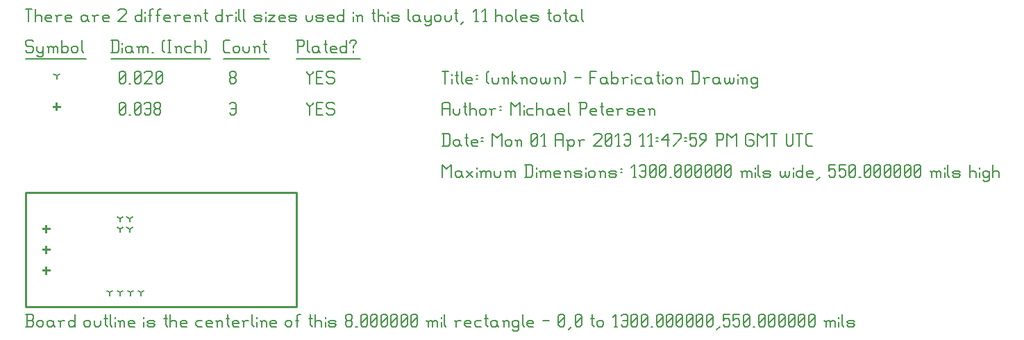
<source format=gbr>
G04 start of page 11 for group -3984 idx -3984 *
G04 Title: (unknown), fab *
G04 Creator: pcb 20110918 *
G04 CreationDate: Mon 01 Apr 2013 11:47:59 PM GMT UTC *
G04 For: railfan *
G04 Format: Gerber/RS-274X *
G04 PCB-Dimensions: 130000 55000 *
G04 PCB-Coordinate-Origin: lower left *
%MOIN*%
%FSLAX25Y25*%
%LNFAB*%
%ADD47C,0.0100*%
%ADD46C,0.0060*%
%ADD45R,0.0080X0.0080*%
G54D45*X10000Y19100D02*Y15900D01*
X8400Y17500D02*X11600D01*
X10000Y29100D02*Y25900D01*
X8400Y27500D02*X11600D01*
X10000Y39100D02*Y35900D01*
X8400Y37500D02*X11600D01*
X15000Y97850D02*Y94650D01*
X13400Y96250D02*X16600D01*
G54D46*X135000Y98500D02*Y97750D01*
X136500Y96250D01*
X138000Y97750D01*
Y98500D02*Y97750D01*
X136500Y96250D02*Y92500D01*
X139800Y95500D02*X142050D01*
X139800Y92500D02*X142800D01*
X139800Y98500D02*Y92500D01*
Y98500D02*X142800D01*
X147600D02*X148350Y97750D01*
X145350Y98500D02*X147600D01*
X144600Y97750D02*X145350Y98500D01*
X144600Y97750D02*Y96250D01*
X145350Y95500D01*
X147600D01*
X148350Y94750D01*
Y93250D01*
X147600Y92500D02*X148350Y93250D01*
X145350Y92500D02*X147600D01*
X144600Y93250D02*X145350Y92500D01*
X98000Y97750D02*X98750Y98500D01*
X100250D01*
X101000Y97750D01*
Y93250D01*
X100250Y92500D02*X101000Y93250D01*
X98750Y92500D02*X100250D01*
X98000Y93250D02*X98750Y92500D01*
Y95500D02*X101000D01*
X45000Y93250D02*X45750Y92500D01*
X45000Y97750D02*Y93250D01*
Y97750D02*X45750Y98500D01*
X47250D01*
X48000Y97750D01*
Y93250D01*
X47250Y92500D02*X48000Y93250D01*
X45750Y92500D02*X47250D01*
X45000Y94000D02*X48000Y97000D01*
X49800Y92500D02*X50550D01*
X52350Y93250D02*X53100Y92500D01*
X52350Y97750D02*Y93250D01*
Y97750D02*X53100Y98500D01*
X54600D01*
X55350Y97750D01*
Y93250D01*
X54600Y92500D02*X55350Y93250D01*
X53100Y92500D02*X54600D01*
X52350Y94000D02*X55350Y97000D01*
X57150Y97750D02*X57900Y98500D01*
X59400D01*
X60150Y97750D01*
Y93250D01*
X59400Y92500D02*X60150Y93250D01*
X57900Y92500D02*X59400D01*
X57150Y93250D02*X57900Y92500D01*
Y95500D02*X60150D01*
X61950Y93250D02*X62700Y92500D01*
X61950Y94750D02*Y93250D01*
Y94750D02*X62700Y95500D01*
X64200D01*
X64950Y94750D01*
Y93250D01*
X64200Y92500D02*X64950Y93250D01*
X62700Y92500D02*X64200D01*
X61950Y96250D02*X62700Y95500D01*
X61950Y97750D02*Y96250D01*
Y97750D02*X62700Y98500D01*
X64200D01*
X64950Y97750D01*
Y96250D01*
X64200Y95500D02*X64950Y96250D01*
X50000Y42500D02*Y40900D01*
Y42500D02*X51387Y43300D01*
X50000Y42500D02*X48613Y43300D01*
X50000Y37500D02*Y35900D01*
Y37500D02*X51387Y38300D01*
X50000Y37500D02*X48613Y38300D01*
X45500Y37500D02*Y35900D01*
Y37500D02*X46887Y38300D01*
X45500Y37500D02*X44113Y38300D01*
X50500Y7000D02*Y5400D01*
Y7000D02*X51887Y7800D01*
X50500Y7000D02*X49113Y7800D01*
X55500Y7000D02*Y5400D01*
Y7000D02*X56887Y7800D01*
X55500Y7000D02*X54113Y7800D01*
X40500Y7000D02*Y5400D01*
Y7000D02*X41887Y7800D01*
X40500Y7000D02*X39113Y7800D01*
X45500Y7000D02*Y5400D01*
Y7000D02*X46887Y7800D01*
X45500Y7000D02*X44113Y7800D01*
X45500Y42500D02*Y40900D01*
Y42500D02*X46887Y43300D01*
X45500Y42500D02*X44113Y43300D01*
X15000Y111250D02*Y109650D01*
Y111250D02*X16387Y112050D01*
X15000Y111250D02*X13613Y112050D01*
X135000Y113500D02*Y112750D01*
X136500Y111250D01*
X138000Y112750D01*
Y113500D02*Y112750D01*
X136500Y111250D02*Y107500D01*
X139800Y110500D02*X142050D01*
X139800Y107500D02*X142800D01*
X139800Y113500D02*Y107500D01*
Y113500D02*X142800D01*
X147600D02*X148350Y112750D01*
X145350Y113500D02*X147600D01*
X144600Y112750D02*X145350Y113500D01*
X144600Y112750D02*Y111250D01*
X145350Y110500D01*
X147600D01*
X148350Y109750D01*
Y108250D01*
X147600Y107500D02*X148350Y108250D01*
X145350Y107500D02*X147600D01*
X144600Y108250D02*X145350Y107500D01*
X98000Y108250D02*X98750Y107500D01*
X98000Y109750D02*Y108250D01*
Y109750D02*X98750Y110500D01*
X100250D01*
X101000Y109750D01*
Y108250D01*
X100250Y107500D02*X101000Y108250D01*
X98750Y107500D02*X100250D01*
X98000Y111250D02*X98750Y110500D01*
X98000Y112750D02*Y111250D01*
Y112750D02*X98750Y113500D01*
X100250D01*
X101000Y112750D01*
Y111250D01*
X100250Y110500D02*X101000Y111250D01*
X45000Y108250D02*X45750Y107500D01*
X45000Y112750D02*Y108250D01*
Y112750D02*X45750Y113500D01*
X47250D01*
X48000Y112750D01*
Y108250D01*
X47250Y107500D02*X48000Y108250D01*
X45750Y107500D02*X47250D01*
X45000Y109000D02*X48000Y112000D01*
X49800Y107500D02*X50550D01*
X52350Y108250D02*X53100Y107500D01*
X52350Y112750D02*Y108250D01*
Y112750D02*X53100Y113500D01*
X54600D01*
X55350Y112750D01*
Y108250D01*
X54600Y107500D02*X55350Y108250D01*
X53100Y107500D02*X54600D01*
X52350Y109000D02*X55350Y112000D01*
X57150Y112750D02*X57900Y113500D01*
X60150D01*
X60900Y112750D01*
Y111250D01*
X57150Y107500D02*X60900Y111250D01*
X57150Y107500D02*X60900D01*
X62700Y108250D02*X63450Y107500D01*
X62700Y112750D02*Y108250D01*
Y112750D02*X63450Y113500D01*
X64950D01*
X65700Y112750D01*
Y108250D01*
X64950Y107500D02*X65700Y108250D01*
X63450Y107500D02*X64950D01*
X62700Y109000D02*X65700Y112000D01*
X3000Y128500D02*X3750Y127750D01*
X750Y128500D02*X3000D01*
X0Y127750D02*X750Y128500D01*
X0Y127750D02*Y126250D01*
X750Y125500D01*
X3000D01*
X3750Y124750D01*
Y123250D01*
X3000Y122500D02*X3750Y123250D01*
X750Y122500D02*X3000D01*
X0Y123250D02*X750Y122500D01*
X5550Y125500D02*Y123250D01*
X6300Y122500D01*
X8550Y125500D02*Y121000D01*
X7800Y120250D02*X8550Y121000D01*
X6300Y120250D02*X7800D01*
X5550Y121000D02*X6300Y120250D01*
Y122500D02*X7800D01*
X8550Y123250D01*
X11100Y124750D02*Y122500D01*
Y124750D02*X11850Y125500D01*
X12600D01*
X13350Y124750D01*
Y122500D01*
Y124750D02*X14100Y125500D01*
X14850D01*
X15600Y124750D01*
Y122500D01*
X10350Y125500D02*X11100Y124750D01*
X17400Y128500D02*Y122500D01*
Y123250D02*X18150Y122500D01*
X19650D01*
X20400Y123250D01*
Y124750D02*Y123250D01*
X19650Y125500D02*X20400Y124750D01*
X18150Y125500D02*X19650D01*
X17400Y124750D02*X18150Y125500D01*
X22200Y124750D02*Y123250D01*
Y124750D02*X22950Y125500D01*
X24450D01*
X25200Y124750D01*
Y123250D01*
X24450Y122500D02*X25200Y123250D01*
X22950Y122500D02*X24450D01*
X22200Y123250D02*X22950Y122500D01*
X27000Y128500D02*Y123250D01*
X27750Y122500D01*
X0Y119250D02*X29250D01*
X41750Y128500D02*Y122500D01*
X44000Y128500D02*X44750Y127750D01*
Y123250D01*
X44000Y122500D02*X44750Y123250D01*
X41000Y122500D02*X44000D01*
X41000Y128500D02*X44000D01*
X46550Y127000D02*Y126250D01*
Y124750D02*Y122500D01*
X50300Y125500D02*X51050Y124750D01*
X48800Y125500D02*X50300D01*
X48050Y124750D02*X48800Y125500D01*
X48050Y124750D02*Y123250D01*
X48800Y122500D01*
X51050Y125500D02*Y123250D01*
X51800Y122500D01*
X48800D02*X50300D01*
X51050Y123250D01*
X54350Y124750D02*Y122500D01*
Y124750D02*X55100Y125500D01*
X55850D01*
X56600Y124750D01*
Y122500D01*
Y124750D02*X57350Y125500D01*
X58100D01*
X58850Y124750D01*
Y122500D01*
X53600Y125500D02*X54350Y124750D01*
X60650Y122500D02*X61400D01*
X65900Y123250D02*X66650Y122500D01*
X65900Y127750D02*X66650Y128500D01*
X65900Y127750D02*Y123250D01*
X68450Y128500D02*X69950D01*
X69200D02*Y122500D01*
X68450D02*X69950D01*
X72500Y124750D02*Y122500D01*
Y124750D02*X73250Y125500D01*
X74000D01*
X74750Y124750D01*
Y122500D01*
X71750Y125500D02*X72500Y124750D01*
X77300Y125500D02*X79550D01*
X76550Y124750D02*X77300Y125500D01*
X76550Y124750D02*Y123250D01*
X77300Y122500D01*
X79550D01*
X81350Y128500D02*Y122500D01*
Y124750D02*X82100Y125500D01*
X83600D01*
X84350Y124750D01*
Y122500D01*
X86150Y128500D02*X86900Y127750D01*
Y123250D01*
X86150Y122500D02*X86900Y123250D01*
X41000Y119250D02*X88700D01*
X95750Y122500D02*X98000D01*
X95000Y123250D02*X95750Y122500D01*
X95000Y127750D02*Y123250D01*
Y127750D02*X95750Y128500D01*
X98000D01*
X99800Y124750D02*Y123250D01*
Y124750D02*X100550Y125500D01*
X102050D01*
X102800Y124750D01*
Y123250D01*
X102050Y122500D02*X102800Y123250D01*
X100550Y122500D02*X102050D01*
X99800Y123250D02*X100550Y122500D01*
X104600Y125500D02*Y123250D01*
X105350Y122500D01*
X106850D01*
X107600Y123250D01*
Y125500D02*Y123250D01*
X110150Y124750D02*Y122500D01*
Y124750D02*X110900Y125500D01*
X111650D01*
X112400Y124750D01*
Y122500D01*
X109400Y125500D02*X110150Y124750D01*
X114950Y128500D02*Y123250D01*
X115700Y122500D01*
X114200Y126250D02*X115700D01*
X95000Y119250D02*X117200D01*
X130750Y128500D02*Y122500D01*
X130000Y128500D02*X133000D01*
X133750Y127750D01*
Y126250D01*
X133000Y125500D02*X133750Y126250D01*
X130750Y125500D02*X133000D01*
X135550Y128500D02*Y123250D01*
X136300Y122500D01*
X140050Y125500D02*X140800Y124750D01*
X138550Y125500D02*X140050D01*
X137800Y124750D02*X138550Y125500D01*
X137800Y124750D02*Y123250D01*
X138550Y122500D01*
X140800Y125500D02*Y123250D01*
X141550Y122500D01*
X138550D02*X140050D01*
X140800Y123250D01*
X144100Y128500D02*Y123250D01*
X144850Y122500D01*
X143350Y126250D02*X144850D01*
X147100Y122500D02*X149350D01*
X146350Y123250D02*X147100Y122500D01*
X146350Y124750D02*Y123250D01*
Y124750D02*X147100Y125500D01*
X148600D01*
X149350Y124750D01*
X146350Y124000D02*X149350D01*
Y124750D02*Y124000D01*
X154150Y128500D02*Y122500D01*
X153400D02*X154150Y123250D01*
X151900Y122500D02*X153400D01*
X151150Y123250D02*X151900Y122500D01*
X151150Y124750D02*Y123250D01*
Y124750D02*X151900Y125500D01*
X153400D01*
X154150Y124750D01*
X157450Y125500D02*Y124750D01*
Y123250D02*Y122500D01*
X155950Y127750D02*Y127000D01*
Y127750D02*X156700Y128500D01*
X158200D01*
X158950Y127750D01*
Y127000D01*
X157450Y125500D02*X158950Y127000D01*
X130000Y119250D02*X160750D01*
X0Y143500D02*X3000D01*
X1500D02*Y137500D01*
X4800Y143500D02*Y137500D01*
Y139750D02*X5550Y140500D01*
X7050D01*
X7800Y139750D01*
Y137500D01*
X10350D02*X12600D01*
X9600Y138250D02*X10350Y137500D01*
X9600Y139750D02*Y138250D01*
Y139750D02*X10350Y140500D01*
X11850D01*
X12600Y139750D01*
X9600Y139000D02*X12600D01*
Y139750D02*Y139000D01*
X15150Y139750D02*Y137500D01*
Y139750D02*X15900Y140500D01*
X17400D01*
X14400D02*X15150Y139750D01*
X19950Y137500D02*X22200D01*
X19200Y138250D02*X19950Y137500D01*
X19200Y139750D02*Y138250D01*
Y139750D02*X19950Y140500D01*
X21450D01*
X22200Y139750D01*
X19200Y139000D02*X22200D01*
Y139750D02*Y139000D01*
X28950Y140500D02*X29700Y139750D01*
X27450Y140500D02*X28950D01*
X26700Y139750D02*X27450Y140500D01*
X26700Y139750D02*Y138250D01*
X27450Y137500D01*
X29700Y140500D02*Y138250D01*
X30450Y137500D01*
X27450D02*X28950D01*
X29700Y138250D01*
X33000Y139750D02*Y137500D01*
Y139750D02*X33750Y140500D01*
X35250D01*
X32250D02*X33000Y139750D01*
X37800Y137500D02*X40050D01*
X37050Y138250D02*X37800Y137500D01*
X37050Y139750D02*Y138250D01*
Y139750D02*X37800Y140500D01*
X39300D01*
X40050Y139750D01*
X37050Y139000D02*X40050D01*
Y139750D02*Y139000D01*
X44550Y142750D02*X45300Y143500D01*
X47550D01*
X48300Y142750D01*
Y141250D01*
X44550Y137500D02*X48300Y141250D01*
X44550Y137500D02*X48300D01*
X55800Y143500D02*Y137500D01*
X55050D02*X55800Y138250D01*
X53550Y137500D02*X55050D01*
X52800Y138250D02*X53550Y137500D01*
X52800Y139750D02*Y138250D01*
Y139750D02*X53550Y140500D01*
X55050D01*
X55800Y139750D01*
X57600Y142000D02*Y141250D01*
Y139750D02*Y137500D01*
X59850Y142750D02*Y137500D01*
Y142750D02*X60600Y143500D01*
X61350D01*
X59100Y140500D02*X60600D01*
X63600Y142750D02*Y137500D01*
Y142750D02*X64350Y143500D01*
X65100D01*
X62850Y140500D02*X64350D01*
X67350Y137500D02*X69600D01*
X66600Y138250D02*X67350Y137500D01*
X66600Y139750D02*Y138250D01*
Y139750D02*X67350Y140500D01*
X68850D01*
X69600Y139750D01*
X66600Y139000D02*X69600D01*
Y139750D02*Y139000D01*
X72150Y139750D02*Y137500D01*
Y139750D02*X72900Y140500D01*
X74400D01*
X71400D02*X72150Y139750D01*
X76950Y137500D02*X79200D01*
X76200Y138250D02*X76950Y137500D01*
X76200Y139750D02*Y138250D01*
Y139750D02*X76950Y140500D01*
X78450D01*
X79200Y139750D01*
X76200Y139000D02*X79200D01*
Y139750D02*Y139000D01*
X81750Y139750D02*Y137500D01*
Y139750D02*X82500Y140500D01*
X83250D01*
X84000Y139750D01*
Y137500D01*
X81000Y140500D02*X81750Y139750D01*
X86550Y143500D02*Y138250D01*
X87300Y137500D01*
X85800Y141250D02*X87300D01*
X94500Y143500D02*Y137500D01*
X93750D02*X94500Y138250D01*
X92250Y137500D02*X93750D01*
X91500Y138250D02*X92250Y137500D01*
X91500Y139750D02*Y138250D01*
Y139750D02*X92250Y140500D01*
X93750D01*
X94500Y139750D01*
X97050D02*Y137500D01*
Y139750D02*X97800Y140500D01*
X99300D01*
X96300D02*X97050Y139750D01*
X101100Y142000D02*Y141250D01*
Y139750D02*Y137500D01*
X102600Y143500D02*Y138250D01*
X103350Y137500D01*
X104850Y143500D02*Y138250D01*
X105600Y137500D01*
X110550D02*X112800D01*
X113550Y138250D01*
X112800Y139000D02*X113550Y138250D01*
X110550Y139000D02*X112800D01*
X109800Y139750D02*X110550Y139000D01*
X109800Y139750D02*X110550Y140500D01*
X112800D01*
X113550Y139750D01*
X109800Y138250D02*X110550Y137500D01*
X115350Y142000D02*Y141250D01*
Y139750D02*Y137500D01*
X116850Y140500D02*X119850D01*
X116850Y137500D02*X119850Y140500D01*
X116850Y137500D02*X119850D01*
X122400D02*X124650D01*
X121650Y138250D02*X122400Y137500D01*
X121650Y139750D02*Y138250D01*
Y139750D02*X122400Y140500D01*
X123900D01*
X124650Y139750D01*
X121650Y139000D02*X124650D01*
Y139750D02*Y139000D01*
X127200Y137500D02*X129450D01*
X130200Y138250D01*
X129450Y139000D02*X130200Y138250D01*
X127200Y139000D02*X129450D01*
X126450Y139750D02*X127200Y139000D01*
X126450Y139750D02*X127200Y140500D01*
X129450D01*
X130200Y139750D01*
X126450Y138250D02*X127200Y137500D01*
X134700Y140500D02*Y138250D01*
X135450Y137500D01*
X136950D01*
X137700Y138250D01*
Y140500D02*Y138250D01*
X140250Y137500D02*X142500D01*
X143250Y138250D01*
X142500Y139000D02*X143250Y138250D01*
X140250Y139000D02*X142500D01*
X139500Y139750D02*X140250Y139000D01*
X139500Y139750D02*X140250Y140500D01*
X142500D01*
X143250Y139750D01*
X139500Y138250D02*X140250Y137500D01*
X145800D02*X148050D01*
X145050Y138250D02*X145800Y137500D01*
X145050Y139750D02*Y138250D01*
Y139750D02*X145800Y140500D01*
X147300D01*
X148050Y139750D01*
X145050Y139000D02*X148050D01*
Y139750D02*Y139000D01*
X152850Y143500D02*Y137500D01*
X152100D02*X152850Y138250D01*
X150600Y137500D02*X152100D01*
X149850Y138250D02*X150600Y137500D01*
X149850Y139750D02*Y138250D01*
Y139750D02*X150600Y140500D01*
X152100D01*
X152850Y139750D01*
X157350Y142000D02*Y141250D01*
Y139750D02*Y137500D01*
X159600Y139750D02*Y137500D01*
Y139750D02*X160350Y140500D01*
X161100D01*
X161850Y139750D01*
Y137500D01*
X158850Y140500D02*X159600Y139750D01*
X167100Y143500D02*Y138250D01*
X167850Y137500D01*
X166350Y141250D02*X167850D01*
X169350Y143500D02*Y137500D01*
Y139750D02*X170100Y140500D01*
X171600D01*
X172350Y139750D01*
Y137500D01*
X174150Y142000D02*Y141250D01*
Y139750D02*Y137500D01*
X176400D02*X178650D01*
X179400Y138250D01*
X178650Y139000D02*X179400Y138250D01*
X176400Y139000D02*X178650D01*
X175650Y139750D02*X176400Y139000D01*
X175650Y139750D02*X176400Y140500D01*
X178650D01*
X179400Y139750D01*
X175650Y138250D02*X176400Y137500D01*
X183900Y143500D02*Y138250D01*
X184650Y137500D01*
X188400Y140500D02*X189150Y139750D01*
X186900Y140500D02*X188400D01*
X186150Y139750D02*X186900Y140500D01*
X186150Y139750D02*Y138250D01*
X186900Y137500D01*
X189150Y140500D02*Y138250D01*
X189900Y137500D01*
X186900D02*X188400D01*
X189150Y138250D01*
X191700Y140500D02*Y138250D01*
X192450Y137500D01*
X194700Y140500D02*Y136000D01*
X193950Y135250D02*X194700Y136000D01*
X192450Y135250D02*X193950D01*
X191700Y136000D02*X192450Y135250D01*
Y137500D02*X193950D01*
X194700Y138250D01*
X196500Y139750D02*Y138250D01*
Y139750D02*X197250Y140500D01*
X198750D01*
X199500Y139750D01*
Y138250D01*
X198750Y137500D02*X199500Y138250D01*
X197250Y137500D02*X198750D01*
X196500Y138250D02*X197250Y137500D01*
X201300Y140500D02*Y138250D01*
X202050Y137500D01*
X203550D01*
X204300Y138250D01*
Y140500D02*Y138250D01*
X206850Y143500D02*Y138250D01*
X207600Y137500D01*
X206100Y141250D02*X207600D01*
X209100Y136000D02*X210600Y137500D01*
X215850D02*X217350D01*
X216600Y143500D02*Y137500D01*
X215100Y142000D02*X216600Y143500D01*
X219900Y137500D02*X221400D01*
X220650Y143500D02*Y137500D01*
X219150Y142000D02*X220650Y143500D01*
X225900D02*Y137500D01*
Y139750D02*X226650Y140500D01*
X228150D01*
X228900Y139750D01*
Y137500D01*
X230700Y139750D02*Y138250D01*
Y139750D02*X231450Y140500D01*
X232950D01*
X233700Y139750D01*
Y138250D01*
X232950Y137500D02*X233700Y138250D01*
X231450Y137500D02*X232950D01*
X230700Y138250D02*X231450Y137500D01*
X235500Y143500D02*Y138250D01*
X236250Y137500D01*
X238500D02*X240750D01*
X237750Y138250D02*X238500Y137500D01*
X237750Y139750D02*Y138250D01*
Y139750D02*X238500Y140500D01*
X240000D01*
X240750Y139750D01*
X237750Y139000D02*X240750D01*
Y139750D02*Y139000D01*
X243300Y137500D02*X245550D01*
X246300Y138250D01*
X245550Y139000D02*X246300Y138250D01*
X243300Y139000D02*X245550D01*
X242550Y139750D02*X243300Y139000D01*
X242550Y139750D02*X243300Y140500D01*
X245550D01*
X246300Y139750D01*
X242550Y138250D02*X243300Y137500D01*
X251550Y143500D02*Y138250D01*
X252300Y137500D01*
X250800Y141250D02*X252300D01*
X253800Y139750D02*Y138250D01*
Y139750D02*X254550Y140500D01*
X256050D01*
X256800Y139750D01*
Y138250D01*
X256050Y137500D02*X256800Y138250D01*
X254550Y137500D02*X256050D01*
X253800Y138250D02*X254550Y137500D01*
X259350Y143500D02*Y138250D01*
X260100Y137500D01*
X258600Y141250D02*X260100D01*
X263850Y140500D02*X264600Y139750D01*
X262350Y140500D02*X263850D01*
X261600Y139750D02*X262350Y140500D01*
X261600Y139750D02*Y138250D01*
X262350Y137500D01*
X264600Y140500D02*Y138250D01*
X265350Y137500D01*
X262350D02*X263850D01*
X264600Y138250D01*
X267150Y143500D02*Y138250D01*
X267900Y137500D01*
G54D47*X0Y55000D02*X130000D01*
X0D02*Y0D01*
X130000Y55000D02*Y0D01*
X0D02*X130000D01*
G54D46*X200000Y68500D02*Y62500D01*
Y68500D02*X202250Y66250D01*
X204500Y68500D01*
Y62500D01*
X208550Y65500D02*X209300Y64750D01*
X207050Y65500D02*X208550D01*
X206300Y64750D02*X207050Y65500D01*
X206300Y64750D02*Y63250D01*
X207050Y62500D01*
X209300Y65500D02*Y63250D01*
X210050Y62500D01*
X207050D02*X208550D01*
X209300Y63250D01*
X211850Y65500D02*X214850Y62500D01*
X211850D02*X214850Y65500D01*
X216650Y67000D02*Y66250D01*
Y64750D02*Y62500D01*
X218900Y64750D02*Y62500D01*
Y64750D02*X219650Y65500D01*
X220400D01*
X221150Y64750D01*
Y62500D01*
Y64750D02*X221900Y65500D01*
X222650D01*
X223400Y64750D01*
Y62500D01*
X218150Y65500D02*X218900Y64750D01*
X225200Y65500D02*Y63250D01*
X225950Y62500D01*
X227450D01*
X228200Y63250D01*
Y65500D02*Y63250D01*
X230750Y64750D02*Y62500D01*
Y64750D02*X231500Y65500D01*
X232250D01*
X233000Y64750D01*
Y62500D01*
Y64750D02*X233750Y65500D01*
X234500D01*
X235250Y64750D01*
Y62500D01*
X230000Y65500D02*X230750Y64750D01*
X240500Y68500D02*Y62500D01*
X242750Y68500D02*X243500Y67750D01*
Y63250D01*
X242750Y62500D02*X243500Y63250D01*
X239750Y62500D02*X242750D01*
X239750Y68500D02*X242750D01*
X245300Y67000D02*Y66250D01*
Y64750D02*Y62500D01*
X247550Y64750D02*Y62500D01*
Y64750D02*X248300Y65500D01*
X249050D01*
X249800Y64750D01*
Y62500D01*
Y64750D02*X250550Y65500D01*
X251300D01*
X252050Y64750D01*
Y62500D01*
X246800Y65500D02*X247550Y64750D01*
X254600Y62500D02*X256850D01*
X253850Y63250D02*X254600Y62500D01*
X253850Y64750D02*Y63250D01*
Y64750D02*X254600Y65500D01*
X256100D01*
X256850Y64750D01*
X253850Y64000D02*X256850D01*
Y64750D02*Y64000D01*
X259400Y64750D02*Y62500D01*
Y64750D02*X260150Y65500D01*
X260900D01*
X261650Y64750D01*
Y62500D01*
X258650Y65500D02*X259400Y64750D01*
X264200Y62500D02*X266450D01*
X267200Y63250D01*
X266450Y64000D02*X267200Y63250D01*
X264200Y64000D02*X266450D01*
X263450Y64750D02*X264200Y64000D01*
X263450Y64750D02*X264200Y65500D01*
X266450D01*
X267200Y64750D01*
X263450Y63250D02*X264200Y62500D01*
X269000Y67000D02*Y66250D01*
Y64750D02*Y62500D01*
X270500Y64750D02*Y63250D01*
Y64750D02*X271250Y65500D01*
X272750D01*
X273500Y64750D01*
Y63250D01*
X272750Y62500D02*X273500Y63250D01*
X271250Y62500D02*X272750D01*
X270500Y63250D02*X271250Y62500D01*
X276050Y64750D02*Y62500D01*
Y64750D02*X276800Y65500D01*
X277550D01*
X278300Y64750D01*
Y62500D01*
X275300Y65500D02*X276050Y64750D01*
X280850Y62500D02*X283100D01*
X283850Y63250D01*
X283100Y64000D02*X283850Y63250D01*
X280850Y64000D02*X283100D01*
X280100Y64750D02*X280850Y64000D01*
X280100Y64750D02*X280850Y65500D01*
X283100D01*
X283850Y64750D01*
X280100Y63250D02*X280850Y62500D01*
X285650Y66250D02*X286400D01*
X285650Y64750D02*X286400D01*
X291650Y62500D02*X293150D01*
X292400Y68500D02*Y62500D01*
X290900Y67000D02*X292400Y68500D01*
X294950Y67750D02*X295700Y68500D01*
X297200D01*
X297950Y67750D01*
Y63250D01*
X297200Y62500D02*X297950Y63250D01*
X295700Y62500D02*X297200D01*
X294950Y63250D02*X295700Y62500D01*
Y65500D02*X297950D01*
X299750Y63250D02*X300500Y62500D01*
X299750Y67750D02*Y63250D01*
Y67750D02*X300500Y68500D01*
X302000D01*
X302750Y67750D01*
Y63250D01*
X302000Y62500D02*X302750Y63250D01*
X300500Y62500D02*X302000D01*
X299750Y64000D02*X302750Y67000D01*
X304550Y63250D02*X305300Y62500D01*
X304550Y67750D02*Y63250D01*
Y67750D02*X305300Y68500D01*
X306800D01*
X307550Y67750D01*
Y63250D01*
X306800Y62500D02*X307550Y63250D01*
X305300Y62500D02*X306800D01*
X304550Y64000D02*X307550Y67000D01*
X309350Y62500D02*X310100D01*
X311900Y63250D02*X312650Y62500D01*
X311900Y67750D02*Y63250D01*
Y67750D02*X312650Y68500D01*
X314150D01*
X314900Y67750D01*
Y63250D01*
X314150Y62500D02*X314900Y63250D01*
X312650Y62500D02*X314150D01*
X311900Y64000D02*X314900Y67000D01*
X316700Y63250D02*X317450Y62500D01*
X316700Y67750D02*Y63250D01*
Y67750D02*X317450Y68500D01*
X318950D01*
X319700Y67750D01*
Y63250D01*
X318950Y62500D02*X319700Y63250D01*
X317450Y62500D02*X318950D01*
X316700Y64000D02*X319700Y67000D01*
X321500Y63250D02*X322250Y62500D01*
X321500Y67750D02*Y63250D01*
Y67750D02*X322250Y68500D01*
X323750D01*
X324500Y67750D01*
Y63250D01*
X323750Y62500D02*X324500Y63250D01*
X322250Y62500D02*X323750D01*
X321500Y64000D02*X324500Y67000D01*
X326300Y63250D02*X327050Y62500D01*
X326300Y67750D02*Y63250D01*
Y67750D02*X327050Y68500D01*
X328550D01*
X329300Y67750D01*
Y63250D01*
X328550Y62500D02*X329300Y63250D01*
X327050Y62500D02*X328550D01*
X326300Y64000D02*X329300Y67000D01*
X331100Y63250D02*X331850Y62500D01*
X331100Y67750D02*Y63250D01*
Y67750D02*X331850Y68500D01*
X333350D01*
X334100Y67750D01*
Y63250D01*
X333350Y62500D02*X334100Y63250D01*
X331850Y62500D02*X333350D01*
X331100Y64000D02*X334100Y67000D01*
X335900Y63250D02*X336650Y62500D01*
X335900Y67750D02*Y63250D01*
Y67750D02*X336650Y68500D01*
X338150D01*
X338900Y67750D01*
Y63250D01*
X338150Y62500D02*X338900Y63250D01*
X336650Y62500D02*X338150D01*
X335900Y64000D02*X338900Y67000D01*
X344150Y64750D02*Y62500D01*
Y64750D02*X344900Y65500D01*
X345650D01*
X346400Y64750D01*
Y62500D01*
Y64750D02*X347150Y65500D01*
X347900D01*
X348650Y64750D01*
Y62500D01*
X343400Y65500D02*X344150Y64750D01*
X350450Y67000D02*Y66250D01*
Y64750D02*Y62500D01*
X351950Y68500D02*Y63250D01*
X352700Y62500D01*
X354950D02*X357200D01*
X357950Y63250D01*
X357200Y64000D02*X357950Y63250D01*
X354950Y64000D02*X357200D01*
X354200Y64750D02*X354950Y64000D01*
X354200Y64750D02*X354950Y65500D01*
X357200D01*
X357950Y64750D01*
X354200Y63250D02*X354950Y62500D01*
X362450Y65500D02*Y63250D01*
X363200Y62500D01*
X363950D01*
X364700Y63250D01*
Y65500D02*Y63250D01*
X365450Y62500D01*
X366200D01*
X366950Y63250D01*
Y65500D02*Y63250D01*
X368750Y67000D02*Y66250D01*
Y64750D02*Y62500D01*
X373250Y68500D02*Y62500D01*
X372500D02*X373250Y63250D01*
X371000Y62500D02*X372500D01*
X370250Y63250D02*X371000Y62500D01*
X370250Y64750D02*Y63250D01*
Y64750D02*X371000Y65500D01*
X372500D01*
X373250Y64750D01*
X375800Y62500D02*X378050D01*
X375050Y63250D02*X375800Y62500D01*
X375050Y64750D02*Y63250D01*
Y64750D02*X375800Y65500D01*
X377300D01*
X378050Y64750D01*
X375050Y64000D02*X378050D01*
Y64750D02*Y64000D01*
X379850Y61000D02*X381350Y62500D01*
X385850Y68500D02*X388850D01*
X385850D02*Y65500D01*
X386600Y66250D01*
X388100D01*
X388850Y65500D01*
Y63250D01*
X388100Y62500D02*X388850Y63250D01*
X386600Y62500D02*X388100D01*
X385850Y63250D02*X386600Y62500D01*
X390650Y68500D02*X393650D01*
X390650D02*Y65500D01*
X391400Y66250D01*
X392900D01*
X393650Y65500D01*
Y63250D01*
X392900Y62500D02*X393650Y63250D01*
X391400Y62500D02*X392900D01*
X390650Y63250D02*X391400Y62500D01*
X395450Y63250D02*X396200Y62500D01*
X395450Y67750D02*Y63250D01*
Y67750D02*X396200Y68500D01*
X397700D01*
X398450Y67750D01*
Y63250D01*
X397700Y62500D02*X398450Y63250D01*
X396200Y62500D02*X397700D01*
X395450Y64000D02*X398450Y67000D01*
X400250Y62500D02*X401000D01*
X402800Y63250D02*X403550Y62500D01*
X402800Y67750D02*Y63250D01*
Y67750D02*X403550Y68500D01*
X405050D01*
X405800Y67750D01*
Y63250D01*
X405050Y62500D02*X405800Y63250D01*
X403550Y62500D02*X405050D01*
X402800Y64000D02*X405800Y67000D01*
X407600Y63250D02*X408350Y62500D01*
X407600Y67750D02*Y63250D01*
Y67750D02*X408350Y68500D01*
X409850D01*
X410600Y67750D01*
Y63250D01*
X409850Y62500D02*X410600Y63250D01*
X408350Y62500D02*X409850D01*
X407600Y64000D02*X410600Y67000D01*
X412400Y63250D02*X413150Y62500D01*
X412400Y67750D02*Y63250D01*
Y67750D02*X413150Y68500D01*
X414650D01*
X415400Y67750D01*
Y63250D01*
X414650Y62500D02*X415400Y63250D01*
X413150Y62500D02*X414650D01*
X412400Y64000D02*X415400Y67000D01*
X417200Y63250D02*X417950Y62500D01*
X417200Y67750D02*Y63250D01*
Y67750D02*X417950Y68500D01*
X419450D01*
X420200Y67750D01*
Y63250D01*
X419450Y62500D02*X420200Y63250D01*
X417950Y62500D02*X419450D01*
X417200Y64000D02*X420200Y67000D01*
X422000Y63250D02*X422750Y62500D01*
X422000Y67750D02*Y63250D01*
Y67750D02*X422750Y68500D01*
X424250D01*
X425000Y67750D01*
Y63250D01*
X424250Y62500D02*X425000Y63250D01*
X422750Y62500D02*X424250D01*
X422000Y64000D02*X425000Y67000D01*
X426800Y63250D02*X427550Y62500D01*
X426800Y67750D02*Y63250D01*
Y67750D02*X427550Y68500D01*
X429050D01*
X429800Y67750D01*
Y63250D01*
X429050Y62500D02*X429800Y63250D01*
X427550Y62500D02*X429050D01*
X426800Y64000D02*X429800Y67000D01*
X435050Y64750D02*Y62500D01*
Y64750D02*X435800Y65500D01*
X436550D01*
X437300Y64750D01*
Y62500D01*
Y64750D02*X438050Y65500D01*
X438800D01*
X439550Y64750D01*
Y62500D01*
X434300Y65500D02*X435050Y64750D01*
X441350Y67000D02*Y66250D01*
Y64750D02*Y62500D01*
X442850Y68500D02*Y63250D01*
X443600Y62500D01*
X445850D02*X448100D01*
X448850Y63250D01*
X448100Y64000D02*X448850Y63250D01*
X445850Y64000D02*X448100D01*
X445100Y64750D02*X445850Y64000D01*
X445100Y64750D02*X445850Y65500D01*
X448100D01*
X448850Y64750D01*
X445100Y63250D02*X445850Y62500D01*
X453350Y68500D02*Y62500D01*
Y64750D02*X454100Y65500D01*
X455600D01*
X456350Y64750D01*
Y62500D01*
X458150Y67000D02*Y66250D01*
Y64750D02*Y62500D01*
X461900Y65500D02*X462650Y64750D01*
X460400Y65500D02*X461900D01*
X459650Y64750D02*X460400Y65500D01*
X459650Y64750D02*Y63250D01*
X460400Y62500D01*
X461900D01*
X462650Y63250D01*
X459650Y61000D02*X460400Y60250D01*
X461900D01*
X462650Y61000D01*
Y65500D02*Y61000D01*
X464450Y68500D02*Y62500D01*
Y64750D02*X465200Y65500D01*
X466700D01*
X467450Y64750D01*
Y62500D01*
X0Y-9500D02*X3000D01*
X3750Y-8750D01*
Y-7250D02*Y-8750D01*
X3000Y-6500D02*X3750Y-7250D01*
X750Y-6500D02*X3000D01*
X750Y-3500D02*Y-9500D01*
X0Y-3500D02*X3000D01*
X3750Y-4250D01*
Y-5750D01*
X3000Y-6500D02*X3750Y-5750D01*
X5550Y-7250D02*Y-8750D01*
Y-7250D02*X6300Y-6500D01*
X7800D01*
X8550Y-7250D01*
Y-8750D01*
X7800Y-9500D02*X8550Y-8750D01*
X6300Y-9500D02*X7800D01*
X5550Y-8750D02*X6300Y-9500D01*
X12600Y-6500D02*X13350Y-7250D01*
X11100Y-6500D02*X12600D01*
X10350Y-7250D02*X11100Y-6500D01*
X10350Y-7250D02*Y-8750D01*
X11100Y-9500D01*
X13350Y-6500D02*Y-8750D01*
X14100Y-9500D01*
X11100D02*X12600D01*
X13350Y-8750D01*
X16650Y-7250D02*Y-9500D01*
Y-7250D02*X17400Y-6500D01*
X18900D01*
X15900D02*X16650Y-7250D01*
X23700Y-3500D02*Y-9500D01*
X22950D02*X23700Y-8750D01*
X21450Y-9500D02*X22950D01*
X20700Y-8750D02*X21450Y-9500D01*
X20700Y-7250D02*Y-8750D01*
Y-7250D02*X21450Y-6500D01*
X22950D01*
X23700Y-7250D01*
X28200D02*Y-8750D01*
Y-7250D02*X28950Y-6500D01*
X30450D01*
X31200Y-7250D01*
Y-8750D01*
X30450Y-9500D02*X31200Y-8750D01*
X28950Y-9500D02*X30450D01*
X28200Y-8750D02*X28950Y-9500D01*
X33000Y-6500D02*Y-8750D01*
X33750Y-9500D01*
X35250D01*
X36000Y-8750D01*
Y-6500D02*Y-8750D01*
X38550Y-3500D02*Y-8750D01*
X39300Y-9500D01*
X37800Y-5750D02*X39300D01*
X40800Y-3500D02*Y-8750D01*
X41550Y-9500D01*
X43050Y-5000D02*Y-5750D01*
Y-7250D02*Y-9500D01*
X45300Y-7250D02*Y-9500D01*
Y-7250D02*X46050Y-6500D01*
X46800D01*
X47550Y-7250D01*
Y-9500D01*
X44550Y-6500D02*X45300Y-7250D01*
X50100Y-9500D02*X52350D01*
X49350Y-8750D02*X50100Y-9500D01*
X49350Y-7250D02*Y-8750D01*
Y-7250D02*X50100Y-6500D01*
X51600D01*
X52350Y-7250D01*
X49350Y-8000D02*X52350D01*
Y-7250D02*Y-8000D01*
X56850Y-5000D02*Y-5750D01*
Y-7250D02*Y-9500D01*
X59100D02*X61350D01*
X62100Y-8750D01*
X61350Y-8000D02*X62100Y-8750D01*
X59100Y-8000D02*X61350D01*
X58350Y-7250D02*X59100Y-8000D01*
X58350Y-7250D02*X59100Y-6500D01*
X61350D01*
X62100Y-7250D01*
X58350Y-8750D02*X59100Y-9500D01*
X67350Y-3500D02*Y-8750D01*
X68100Y-9500D01*
X66600Y-5750D02*X68100D01*
X69600Y-3500D02*Y-9500D01*
Y-7250D02*X70350Y-6500D01*
X71850D01*
X72600Y-7250D01*
Y-9500D01*
X75150D02*X77400D01*
X74400Y-8750D02*X75150Y-9500D01*
X74400Y-7250D02*Y-8750D01*
Y-7250D02*X75150Y-6500D01*
X76650D01*
X77400Y-7250D01*
X74400Y-8000D02*X77400D01*
Y-7250D02*Y-8000D01*
X82650Y-6500D02*X84900D01*
X81900Y-7250D02*X82650Y-6500D01*
X81900Y-7250D02*Y-8750D01*
X82650Y-9500D01*
X84900D01*
X87450D02*X89700D01*
X86700Y-8750D02*X87450Y-9500D01*
X86700Y-7250D02*Y-8750D01*
Y-7250D02*X87450Y-6500D01*
X88950D01*
X89700Y-7250D01*
X86700Y-8000D02*X89700D01*
Y-7250D02*Y-8000D01*
X92250Y-7250D02*Y-9500D01*
Y-7250D02*X93000Y-6500D01*
X93750D01*
X94500Y-7250D01*
Y-9500D01*
X91500Y-6500D02*X92250Y-7250D01*
X97050Y-3500D02*Y-8750D01*
X97800Y-9500D01*
X96300Y-5750D02*X97800D01*
X100050Y-9500D02*X102300D01*
X99300Y-8750D02*X100050Y-9500D01*
X99300Y-7250D02*Y-8750D01*
Y-7250D02*X100050Y-6500D01*
X101550D01*
X102300Y-7250D01*
X99300Y-8000D02*X102300D01*
Y-7250D02*Y-8000D01*
X104850Y-7250D02*Y-9500D01*
Y-7250D02*X105600Y-6500D01*
X107100D01*
X104100D02*X104850Y-7250D01*
X108900Y-3500D02*Y-8750D01*
X109650Y-9500D01*
X111150Y-5000D02*Y-5750D01*
Y-7250D02*Y-9500D01*
X113400Y-7250D02*Y-9500D01*
Y-7250D02*X114150Y-6500D01*
X114900D01*
X115650Y-7250D01*
Y-9500D01*
X112650Y-6500D02*X113400Y-7250D01*
X118200Y-9500D02*X120450D01*
X117450Y-8750D02*X118200Y-9500D01*
X117450Y-7250D02*Y-8750D01*
Y-7250D02*X118200Y-6500D01*
X119700D01*
X120450Y-7250D01*
X117450Y-8000D02*X120450D01*
Y-7250D02*Y-8000D01*
X124950Y-7250D02*Y-8750D01*
Y-7250D02*X125700Y-6500D01*
X127200D01*
X127950Y-7250D01*
Y-8750D01*
X127200Y-9500D02*X127950Y-8750D01*
X125700Y-9500D02*X127200D01*
X124950Y-8750D02*X125700Y-9500D01*
X130500Y-4250D02*Y-9500D01*
Y-4250D02*X131250Y-3500D01*
X132000D01*
X129750Y-6500D02*X131250D01*
X136950Y-3500D02*Y-8750D01*
X137700Y-9500D01*
X136200Y-5750D02*X137700D01*
X139200Y-3500D02*Y-9500D01*
Y-7250D02*X139950Y-6500D01*
X141450D01*
X142200Y-7250D01*
Y-9500D01*
X144000Y-5000D02*Y-5750D01*
Y-7250D02*Y-9500D01*
X146250D02*X148500D01*
X149250Y-8750D01*
X148500Y-8000D02*X149250Y-8750D01*
X146250Y-8000D02*X148500D01*
X145500Y-7250D02*X146250Y-8000D01*
X145500Y-7250D02*X146250Y-6500D01*
X148500D01*
X149250Y-7250D01*
X145500Y-8750D02*X146250Y-9500D01*
X153750Y-8750D02*X154500Y-9500D01*
X153750Y-7250D02*Y-8750D01*
Y-7250D02*X154500Y-6500D01*
X156000D01*
X156750Y-7250D01*
Y-8750D01*
X156000Y-9500D02*X156750Y-8750D01*
X154500Y-9500D02*X156000D01*
X153750Y-5750D02*X154500Y-6500D01*
X153750Y-4250D02*Y-5750D01*
Y-4250D02*X154500Y-3500D01*
X156000D01*
X156750Y-4250D01*
Y-5750D01*
X156000Y-6500D02*X156750Y-5750D01*
X158550Y-9500D02*X159300D01*
X161100Y-8750D02*X161850Y-9500D01*
X161100Y-4250D02*Y-8750D01*
Y-4250D02*X161850Y-3500D01*
X163350D01*
X164100Y-4250D01*
Y-8750D01*
X163350Y-9500D02*X164100Y-8750D01*
X161850Y-9500D02*X163350D01*
X161100Y-8000D02*X164100Y-5000D01*
X165900Y-8750D02*X166650Y-9500D01*
X165900Y-4250D02*Y-8750D01*
Y-4250D02*X166650Y-3500D01*
X168150D01*
X168900Y-4250D01*
Y-8750D01*
X168150Y-9500D02*X168900Y-8750D01*
X166650Y-9500D02*X168150D01*
X165900Y-8000D02*X168900Y-5000D01*
X170700Y-8750D02*X171450Y-9500D01*
X170700Y-4250D02*Y-8750D01*
Y-4250D02*X171450Y-3500D01*
X172950D01*
X173700Y-4250D01*
Y-8750D01*
X172950Y-9500D02*X173700Y-8750D01*
X171450Y-9500D02*X172950D01*
X170700Y-8000D02*X173700Y-5000D01*
X175500Y-8750D02*X176250Y-9500D01*
X175500Y-4250D02*Y-8750D01*
Y-4250D02*X176250Y-3500D01*
X177750D01*
X178500Y-4250D01*
Y-8750D01*
X177750Y-9500D02*X178500Y-8750D01*
X176250Y-9500D02*X177750D01*
X175500Y-8000D02*X178500Y-5000D01*
X180300Y-8750D02*X181050Y-9500D01*
X180300Y-4250D02*Y-8750D01*
Y-4250D02*X181050Y-3500D01*
X182550D01*
X183300Y-4250D01*
Y-8750D01*
X182550Y-9500D02*X183300Y-8750D01*
X181050Y-9500D02*X182550D01*
X180300Y-8000D02*X183300Y-5000D01*
X185100Y-8750D02*X185850Y-9500D01*
X185100Y-4250D02*Y-8750D01*
Y-4250D02*X185850Y-3500D01*
X187350D01*
X188100Y-4250D01*
Y-8750D01*
X187350Y-9500D02*X188100Y-8750D01*
X185850Y-9500D02*X187350D01*
X185100Y-8000D02*X188100Y-5000D01*
X193350Y-7250D02*Y-9500D01*
Y-7250D02*X194100Y-6500D01*
X194850D01*
X195600Y-7250D01*
Y-9500D01*
Y-7250D02*X196350Y-6500D01*
X197100D01*
X197850Y-7250D01*
Y-9500D01*
X192600Y-6500D02*X193350Y-7250D01*
X199650Y-5000D02*Y-5750D01*
Y-7250D02*Y-9500D01*
X201150Y-3500D02*Y-8750D01*
X201900Y-9500D01*
X206850Y-7250D02*Y-9500D01*
Y-7250D02*X207600Y-6500D01*
X209100D01*
X206100D02*X206850Y-7250D01*
X211650Y-9500D02*X213900D01*
X210900Y-8750D02*X211650Y-9500D01*
X210900Y-7250D02*Y-8750D01*
Y-7250D02*X211650Y-6500D01*
X213150D01*
X213900Y-7250D01*
X210900Y-8000D02*X213900D01*
Y-7250D02*Y-8000D01*
X216450Y-6500D02*X218700D01*
X215700Y-7250D02*X216450Y-6500D01*
X215700Y-7250D02*Y-8750D01*
X216450Y-9500D01*
X218700D01*
X221250Y-3500D02*Y-8750D01*
X222000Y-9500D01*
X220500Y-5750D02*X222000D01*
X225750Y-6500D02*X226500Y-7250D01*
X224250Y-6500D02*X225750D01*
X223500Y-7250D02*X224250Y-6500D01*
X223500Y-7250D02*Y-8750D01*
X224250Y-9500D01*
X226500Y-6500D02*Y-8750D01*
X227250Y-9500D01*
X224250D02*X225750D01*
X226500Y-8750D01*
X229800Y-7250D02*Y-9500D01*
Y-7250D02*X230550Y-6500D01*
X231300D01*
X232050Y-7250D01*
Y-9500D01*
X229050Y-6500D02*X229800Y-7250D01*
X236100Y-6500D02*X236850Y-7250D01*
X234600Y-6500D02*X236100D01*
X233850Y-7250D02*X234600Y-6500D01*
X233850Y-7250D02*Y-8750D01*
X234600Y-9500D01*
X236100D01*
X236850Y-8750D01*
X233850Y-11000D02*X234600Y-11750D01*
X236100D01*
X236850Y-11000D01*
Y-6500D02*Y-11000D01*
X238650Y-3500D02*Y-8750D01*
X239400Y-9500D01*
X241650D02*X243900D01*
X240900Y-8750D02*X241650Y-9500D01*
X240900Y-7250D02*Y-8750D01*
Y-7250D02*X241650Y-6500D01*
X243150D01*
X243900Y-7250D01*
X240900Y-8000D02*X243900D01*
Y-7250D02*Y-8000D01*
X248400Y-6500D02*X251400D01*
X255900Y-8750D02*X256650Y-9500D01*
X255900Y-4250D02*Y-8750D01*
Y-4250D02*X256650Y-3500D01*
X258150D01*
X258900Y-4250D01*
Y-8750D01*
X258150Y-9500D02*X258900Y-8750D01*
X256650Y-9500D02*X258150D01*
X255900Y-8000D02*X258900Y-5000D01*
X260700Y-11000D02*X262200Y-9500D01*
X264000Y-8750D02*X264750Y-9500D01*
X264000Y-4250D02*Y-8750D01*
Y-4250D02*X264750Y-3500D01*
X266250D01*
X267000Y-4250D01*
Y-8750D01*
X266250Y-9500D02*X267000Y-8750D01*
X264750Y-9500D02*X266250D01*
X264000Y-8000D02*X267000Y-5000D01*
X272250Y-3500D02*Y-8750D01*
X273000Y-9500D01*
X271500Y-5750D02*X273000D01*
X274500Y-7250D02*Y-8750D01*
Y-7250D02*X275250Y-6500D01*
X276750D01*
X277500Y-7250D01*
Y-8750D01*
X276750Y-9500D02*X277500Y-8750D01*
X275250Y-9500D02*X276750D01*
X274500Y-8750D02*X275250Y-9500D01*
X282750D02*X284250D01*
X283500Y-3500D02*Y-9500D01*
X282000Y-5000D02*X283500Y-3500D01*
X286050Y-4250D02*X286800Y-3500D01*
X288300D01*
X289050Y-4250D01*
Y-8750D01*
X288300Y-9500D02*X289050Y-8750D01*
X286800Y-9500D02*X288300D01*
X286050Y-8750D02*X286800Y-9500D01*
Y-6500D02*X289050D01*
X290850Y-8750D02*X291600Y-9500D01*
X290850Y-4250D02*Y-8750D01*
Y-4250D02*X291600Y-3500D01*
X293100D01*
X293850Y-4250D01*
Y-8750D01*
X293100Y-9500D02*X293850Y-8750D01*
X291600Y-9500D02*X293100D01*
X290850Y-8000D02*X293850Y-5000D01*
X295650Y-8750D02*X296400Y-9500D01*
X295650Y-4250D02*Y-8750D01*
Y-4250D02*X296400Y-3500D01*
X297900D01*
X298650Y-4250D01*
Y-8750D01*
X297900Y-9500D02*X298650Y-8750D01*
X296400Y-9500D02*X297900D01*
X295650Y-8000D02*X298650Y-5000D01*
X300450Y-9500D02*X301200D01*
X303000Y-8750D02*X303750Y-9500D01*
X303000Y-4250D02*Y-8750D01*
Y-4250D02*X303750Y-3500D01*
X305250D01*
X306000Y-4250D01*
Y-8750D01*
X305250Y-9500D02*X306000Y-8750D01*
X303750Y-9500D02*X305250D01*
X303000Y-8000D02*X306000Y-5000D01*
X307800Y-8750D02*X308550Y-9500D01*
X307800Y-4250D02*Y-8750D01*
Y-4250D02*X308550Y-3500D01*
X310050D01*
X310800Y-4250D01*
Y-8750D01*
X310050Y-9500D02*X310800Y-8750D01*
X308550Y-9500D02*X310050D01*
X307800Y-8000D02*X310800Y-5000D01*
X312600Y-8750D02*X313350Y-9500D01*
X312600Y-4250D02*Y-8750D01*
Y-4250D02*X313350Y-3500D01*
X314850D01*
X315600Y-4250D01*
Y-8750D01*
X314850Y-9500D02*X315600Y-8750D01*
X313350Y-9500D02*X314850D01*
X312600Y-8000D02*X315600Y-5000D01*
X317400Y-8750D02*X318150Y-9500D01*
X317400Y-4250D02*Y-8750D01*
Y-4250D02*X318150Y-3500D01*
X319650D01*
X320400Y-4250D01*
Y-8750D01*
X319650Y-9500D02*X320400Y-8750D01*
X318150Y-9500D02*X319650D01*
X317400Y-8000D02*X320400Y-5000D01*
X322200Y-8750D02*X322950Y-9500D01*
X322200Y-4250D02*Y-8750D01*
Y-4250D02*X322950Y-3500D01*
X324450D01*
X325200Y-4250D01*
Y-8750D01*
X324450Y-9500D02*X325200Y-8750D01*
X322950Y-9500D02*X324450D01*
X322200Y-8000D02*X325200Y-5000D01*
X327000Y-8750D02*X327750Y-9500D01*
X327000Y-4250D02*Y-8750D01*
Y-4250D02*X327750Y-3500D01*
X329250D01*
X330000Y-4250D01*
Y-8750D01*
X329250Y-9500D02*X330000Y-8750D01*
X327750Y-9500D02*X329250D01*
X327000Y-8000D02*X330000Y-5000D01*
X331800Y-11000D02*X333300Y-9500D01*
X335100Y-3500D02*X338100D01*
X335100D02*Y-6500D01*
X335850Y-5750D01*
X337350D01*
X338100Y-6500D01*
Y-8750D01*
X337350Y-9500D02*X338100Y-8750D01*
X335850Y-9500D02*X337350D01*
X335100Y-8750D02*X335850Y-9500D01*
X339900Y-3500D02*X342900D01*
X339900D02*Y-6500D01*
X340650Y-5750D01*
X342150D01*
X342900Y-6500D01*
Y-8750D01*
X342150Y-9500D02*X342900Y-8750D01*
X340650Y-9500D02*X342150D01*
X339900Y-8750D02*X340650Y-9500D01*
X344700Y-8750D02*X345450Y-9500D01*
X344700Y-4250D02*Y-8750D01*
Y-4250D02*X345450Y-3500D01*
X346950D01*
X347700Y-4250D01*
Y-8750D01*
X346950Y-9500D02*X347700Y-8750D01*
X345450Y-9500D02*X346950D01*
X344700Y-8000D02*X347700Y-5000D01*
X349500Y-9500D02*X350250D01*
X352050Y-8750D02*X352800Y-9500D01*
X352050Y-4250D02*Y-8750D01*
Y-4250D02*X352800Y-3500D01*
X354300D01*
X355050Y-4250D01*
Y-8750D01*
X354300Y-9500D02*X355050Y-8750D01*
X352800Y-9500D02*X354300D01*
X352050Y-8000D02*X355050Y-5000D01*
X356850Y-8750D02*X357600Y-9500D01*
X356850Y-4250D02*Y-8750D01*
Y-4250D02*X357600Y-3500D01*
X359100D01*
X359850Y-4250D01*
Y-8750D01*
X359100Y-9500D02*X359850Y-8750D01*
X357600Y-9500D02*X359100D01*
X356850Y-8000D02*X359850Y-5000D01*
X361650Y-8750D02*X362400Y-9500D01*
X361650Y-4250D02*Y-8750D01*
Y-4250D02*X362400Y-3500D01*
X363900D01*
X364650Y-4250D01*
Y-8750D01*
X363900Y-9500D02*X364650Y-8750D01*
X362400Y-9500D02*X363900D01*
X361650Y-8000D02*X364650Y-5000D01*
X366450Y-8750D02*X367200Y-9500D01*
X366450Y-4250D02*Y-8750D01*
Y-4250D02*X367200Y-3500D01*
X368700D01*
X369450Y-4250D01*
Y-8750D01*
X368700Y-9500D02*X369450Y-8750D01*
X367200Y-9500D02*X368700D01*
X366450Y-8000D02*X369450Y-5000D01*
X371250Y-8750D02*X372000Y-9500D01*
X371250Y-4250D02*Y-8750D01*
Y-4250D02*X372000Y-3500D01*
X373500D01*
X374250Y-4250D01*
Y-8750D01*
X373500Y-9500D02*X374250Y-8750D01*
X372000Y-9500D02*X373500D01*
X371250Y-8000D02*X374250Y-5000D01*
X376050Y-8750D02*X376800Y-9500D01*
X376050Y-4250D02*Y-8750D01*
Y-4250D02*X376800Y-3500D01*
X378300D01*
X379050Y-4250D01*
Y-8750D01*
X378300Y-9500D02*X379050Y-8750D01*
X376800Y-9500D02*X378300D01*
X376050Y-8000D02*X379050Y-5000D01*
X384300Y-7250D02*Y-9500D01*
Y-7250D02*X385050Y-6500D01*
X385800D01*
X386550Y-7250D01*
Y-9500D01*
Y-7250D02*X387300Y-6500D01*
X388050D01*
X388800Y-7250D01*
Y-9500D01*
X383550Y-6500D02*X384300Y-7250D01*
X390600Y-5000D02*Y-5750D01*
Y-7250D02*Y-9500D01*
X392100Y-3500D02*Y-8750D01*
X392850Y-9500D01*
X395100D02*X397350D01*
X398100Y-8750D01*
X397350Y-8000D02*X398100Y-8750D01*
X395100Y-8000D02*X397350D01*
X394350Y-7250D02*X395100Y-8000D01*
X394350Y-7250D02*X395100Y-6500D01*
X397350D01*
X398100Y-7250D01*
X394350Y-8750D02*X395100Y-9500D01*
X200750Y83500D02*Y77500D01*
X203000Y83500D02*X203750Y82750D01*
Y78250D01*
X203000Y77500D02*X203750Y78250D01*
X200000Y77500D02*X203000D01*
X200000Y83500D02*X203000D01*
X207800Y80500D02*X208550Y79750D01*
X206300Y80500D02*X207800D01*
X205550Y79750D02*X206300Y80500D01*
X205550Y79750D02*Y78250D01*
X206300Y77500D01*
X208550Y80500D02*Y78250D01*
X209300Y77500D01*
X206300D02*X207800D01*
X208550Y78250D01*
X211850Y83500D02*Y78250D01*
X212600Y77500D01*
X211100Y81250D02*X212600D01*
X214850Y77500D02*X217100D01*
X214100Y78250D02*X214850Y77500D01*
X214100Y79750D02*Y78250D01*
Y79750D02*X214850Y80500D01*
X216350D01*
X217100Y79750D01*
X214100Y79000D02*X217100D01*
Y79750D02*Y79000D01*
X218900Y81250D02*X219650D01*
X218900Y79750D02*X219650D01*
X224150Y83500D02*Y77500D01*
Y83500D02*X226400Y81250D01*
X228650Y83500D01*
Y77500D01*
X230450Y79750D02*Y78250D01*
Y79750D02*X231200Y80500D01*
X232700D01*
X233450Y79750D01*
Y78250D01*
X232700Y77500D02*X233450Y78250D01*
X231200Y77500D02*X232700D01*
X230450Y78250D02*X231200Y77500D01*
X236000Y79750D02*Y77500D01*
Y79750D02*X236750Y80500D01*
X237500D01*
X238250Y79750D01*
Y77500D01*
X235250Y80500D02*X236000Y79750D01*
X242750Y78250D02*X243500Y77500D01*
X242750Y82750D02*Y78250D01*
Y82750D02*X243500Y83500D01*
X245000D01*
X245750Y82750D01*
Y78250D01*
X245000Y77500D02*X245750Y78250D01*
X243500Y77500D02*X245000D01*
X242750Y79000D02*X245750Y82000D01*
X248300Y77500D02*X249800D01*
X249050Y83500D02*Y77500D01*
X247550Y82000D02*X249050Y83500D01*
X254300Y82750D02*Y77500D01*
Y82750D02*X255050Y83500D01*
X257300D01*
X258050Y82750D01*
Y77500D01*
X254300Y80500D02*X258050D01*
X260600Y79750D02*Y75250D01*
X259850Y80500D02*X260600Y79750D01*
X261350Y80500D01*
X262850D01*
X263600Y79750D01*
Y78250D01*
X262850Y77500D02*X263600Y78250D01*
X261350Y77500D02*X262850D01*
X260600Y78250D02*X261350Y77500D01*
X266150Y79750D02*Y77500D01*
Y79750D02*X266900Y80500D01*
X268400D01*
X265400D02*X266150Y79750D01*
X272900Y82750D02*X273650Y83500D01*
X275900D01*
X276650Y82750D01*
Y81250D01*
X272900Y77500D02*X276650Y81250D01*
X272900Y77500D02*X276650D01*
X278450Y78250D02*X279200Y77500D01*
X278450Y82750D02*Y78250D01*
Y82750D02*X279200Y83500D01*
X280700D01*
X281450Y82750D01*
Y78250D01*
X280700Y77500D02*X281450Y78250D01*
X279200Y77500D02*X280700D01*
X278450Y79000D02*X281450Y82000D01*
X284000Y77500D02*X285500D01*
X284750Y83500D02*Y77500D01*
X283250Y82000D02*X284750Y83500D01*
X287300Y82750D02*X288050Y83500D01*
X289550D01*
X290300Y82750D01*
Y78250D01*
X289550Y77500D02*X290300Y78250D01*
X288050Y77500D02*X289550D01*
X287300Y78250D02*X288050Y77500D01*
Y80500D02*X290300D01*
X295550Y77500D02*X297050D01*
X296300Y83500D02*Y77500D01*
X294800Y82000D02*X296300Y83500D01*
X299600Y77500D02*X301100D01*
X300350Y83500D02*Y77500D01*
X298850Y82000D02*X300350Y83500D01*
X302900Y81250D02*X303650D01*
X302900Y79750D02*X303650D01*
X305450Y80500D02*X308450Y83500D01*
X305450Y80500D02*X309200D01*
X308450Y83500D02*Y77500D01*
X311000D02*X314750Y81250D01*
Y83500D02*Y81250D01*
X311000Y83500D02*X314750D01*
X316550Y81250D02*X317300D01*
X316550Y79750D02*X317300D01*
X319100Y83500D02*X322100D01*
X319100D02*Y80500D01*
X319850Y81250D01*
X321350D01*
X322100Y80500D01*
Y78250D01*
X321350Y77500D02*X322100Y78250D01*
X319850Y77500D02*X321350D01*
X319100Y78250D02*X319850Y77500D01*
X323900D02*X326900Y80500D01*
Y82750D02*Y80500D01*
X326150Y83500D02*X326900Y82750D01*
X324650Y83500D02*X326150D01*
X323900Y82750D02*X324650Y83500D01*
X323900Y82750D02*Y81250D01*
X324650Y80500D01*
X326900D01*
X332150Y83500D02*Y77500D01*
X331400Y83500D02*X334400D01*
X335150Y82750D01*
Y81250D01*
X334400Y80500D02*X335150Y81250D01*
X332150Y80500D02*X334400D01*
X336950Y83500D02*Y77500D01*
Y83500D02*X339200Y81250D01*
X341450Y83500D01*
Y77500D01*
X348950Y83500D02*X349700Y82750D01*
X346700Y83500D02*X348950D01*
X345950Y82750D02*X346700Y83500D01*
X345950Y82750D02*Y78250D01*
X346700Y77500D01*
X348950D01*
X349700Y78250D01*
Y79750D02*Y78250D01*
X348950Y80500D02*X349700Y79750D01*
X347450Y80500D02*X348950D01*
X351500Y83500D02*Y77500D01*
Y83500D02*X353750Y81250D01*
X356000Y83500D01*
Y77500D01*
X357800Y83500D02*X360800D01*
X359300D02*Y77500D01*
X365300Y83500D02*Y78250D01*
X366050Y77500D01*
X367550D01*
X368300Y78250D01*
Y83500D02*Y78250D01*
X370100Y83500D02*X373100D01*
X371600D02*Y77500D01*
X375650D02*X377900D01*
X374900Y78250D02*X375650Y77500D01*
X374900Y82750D02*Y78250D01*
Y82750D02*X375650Y83500D01*
X377900D01*
X200000Y97750D02*Y92500D01*
Y97750D02*X200750Y98500D01*
X203000D01*
X203750Y97750D01*
Y92500D01*
X200000Y95500D02*X203750D01*
X205550D02*Y93250D01*
X206300Y92500D01*
X207800D01*
X208550Y93250D01*
Y95500D02*Y93250D01*
X211100Y98500D02*Y93250D01*
X211850Y92500D01*
X210350Y96250D02*X211850D01*
X213350Y98500D02*Y92500D01*
Y94750D02*X214100Y95500D01*
X215600D01*
X216350Y94750D01*
Y92500D01*
X218150Y94750D02*Y93250D01*
Y94750D02*X218900Y95500D01*
X220400D01*
X221150Y94750D01*
Y93250D01*
X220400Y92500D02*X221150Y93250D01*
X218900Y92500D02*X220400D01*
X218150Y93250D02*X218900Y92500D01*
X223700Y94750D02*Y92500D01*
Y94750D02*X224450Y95500D01*
X225950D01*
X222950D02*X223700Y94750D01*
X227750Y96250D02*X228500D01*
X227750Y94750D02*X228500D01*
X233000Y98500D02*Y92500D01*
Y98500D02*X235250Y96250D01*
X237500Y98500D01*
Y92500D01*
X239300Y97000D02*Y96250D01*
Y94750D02*Y92500D01*
X241550Y95500D02*X243800D01*
X240800Y94750D02*X241550Y95500D01*
X240800Y94750D02*Y93250D01*
X241550Y92500D01*
X243800D01*
X245600Y98500D02*Y92500D01*
Y94750D02*X246350Y95500D01*
X247850D01*
X248600Y94750D01*
Y92500D01*
X252650Y95500D02*X253400Y94750D01*
X251150Y95500D02*X252650D01*
X250400Y94750D02*X251150Y95500D01*
X250400Y94750D02*Y93250D01*
X251150Y92500D01*
X253400Y95500D02*Y93250D01*
X254150Y92500D01*
X251150D02*X252650D01*
X253400Y93250D01*
X256700Y92500D02*X258950D01*
X255950Y93250D02*X256700Y92500D01*
X255950Y94750D02*Y93250D01*
Y94750D02*X256700Y95500D01*
X258200D01*
X258950Y94750D01*
X255950Y94000D02*X258950D01*
Y94750D02*Y94000D01*
X260750Y98500D02*Y93250D01*
X261500Y92500D01*
X266450Y98500D02*Y92500D01*
X265700Y98500D02*X268700D01*
X269450Y97750D01*
Y96250D01*
X268700Y95500D02*X269450Y96250D01*
X266450Y95500D02*X268700D01*
X272000Y92500D02*X274250D01*
X271250Y93250D02*X272000Y92500D01*
X271250Y94750D02*Y93250D01*
Y94750D02*X272000Y95500D01*
X273500D01*
X274250Y94750D01*
X271250Y94000D02*X274250D01*
Y94750D02*Y94000D01*
X276800Y98500D02*Y93250D01*
X277550Y92500D01*
X276050Y96250D02*X277550D01*
X279800Y92500D02*X282050D01*
X279050Y93250D02*X279800Y92500D01*
X279050Y94750D02*Y93250D01*
Y94750D02*X279800Y95500D01*
X281300D01*
X282050Y94750D01*
X279050Y94000D02*X282050D01*
Y94750D02*Y94000D01*
X284600Y94750D02*Y92500D01*
Y94750D02*X285350Y95500D01*
X286850D01*
X283850D02*X284600Y94750D01*
X289400Y92500D02*X291650D01*
X292400Y93250D01*
X291650Y94000D02*X292400Y93250D01*
X289400Y94000D02*X291650D01*
X288650Y94750D02*X289400Y94000D01*
X288650Y94750D02*X289400Y95500D01*
X291650D01*
X292400Y94750D01*
X288650Y93250D02*X289400Y92500D01*
X294950D02*X297200D01*
X294200Y93250D02*X294950Y92500D01*
X294200Y94750D02*Y93250D01*
Y94750D02*X294950Y95500D01*
X296450D01*
X297200Y94750D01*
X294200Y94000D02*X297200D01*
Y94750D02*Y94000D01*
X299750Y94750D02*Y92500D01*
Y94750D02*X300500Y95500D01*
X301250D01*
X302000Y94750D01*
Y92500D01*
X299000Y95500D02*X299750Y94750D01*
X200000Y113500D02*X203000D01*
X201500D02*Y107500D01*
X204800Y112000D02*Y111250D01*
Y109750D02*Y107500D01*
X207050Y113500D02*Y108250D01*
X207800Y107500D01*
X206300Y111250D02*X207800D01*
X209300Y113500D02*Y108250D01*
X210050Y107500D01*
X212300D02*X214550D01*
X211550Y108250D02*X212300Y107500D01*
X211550Y109750D02*Y108250D01*
Y109750D02*X212300Y110500D01*
X213800D01*
X214550Y109750D01*
X211550Y109000D02*X214550D01*
Y109750D02*Y109000D01*
X216350Y111250D02*X217100D01*
X216350Y109750D02*X217100D01*
X221600Y108250D02*X222350Y107500D01*
X221600Y112750D02*X222350Y113500D01*
X221600Y112750D02*Y108250D01*
X224150Y110500D02*Y108250D01*
X224900Y107500D01*
X226400D01*
X227150Y108250D01*
Y110500D02*Y108250D01*
X229700Y109750D02*Y107500D01*
Y109750D02*X230450Y110500D01*
X231200D01*
X231950Y109750D01*
Y107500D01*
X228950Y110500D02*X229700Y109750D01*
X233750Y113500D02*Y107500D01*
Y109750D02*X236000Y107500D01*
X233750Y109750D02*X235250Y111250D01*
X238550Y109750D02*Y107500D01*
Y109750D02*X239300Y110500D01*
X240050D01*
X240800Y109750D01*
Y107500D01*
X237800Y110500D02*X238550Y109750D01*
X242600D02*Y108250D01*
Y109750D02*X243350Y110500D01*
X244850D01*
X245600Y109750D01*
Y108250D01*
X244850Y107500D02*X245600Y108250D01*
X243350Y107500D02*X244850D01*
X242600Y108250D02*X243350Y107500D01*
X247400Y110500D02*Y108250D01*
X248150Y107500D01*
X248900D01*
X249650Y108250D01*
Y110500D02*Y108250D01*
X250400Y107500D01*
X251150D01*
X251900Y108250D01*
Y110500D02*Y108250D01*
X254450Y109750D02*Y107500D01*
Y109750D02*X255200Y110500D01*
X255950D01*
X256700Y109750D01*
Y107500D01*
X253700Y110500D02*X254450Y109750D01*
X258500Y113500D02*X259250Y112750D01*
Y108250D01*
X258500Y107500D02*X259250Y108250D01*
X263750Y110500D02*X266750D01*
X271250Y113500D02*Y107500D01*
Y113500D02*X274250D01*
X271250Y110500D02*X273500D01*
X278300D02*X279050Y109750D01*
X276800Y110500D02*X278300D01*
X276050Y109750D02*X276800Y110500D01*
X276050Y109750D02*Y108250D01*
X276800Y107500D01*
X279050Y110500D02*Y108250D01*
X279800Y107500D01*
X276800D02*X278300D01*
X279050Y108250D01*
X281600Y113500D02*Y107500D01*
Y108250D02*X282350Y107500D01*
X283850D01*
X284600Y108250D01*
Y109750D02*Y108250D01*
X283850Y110500D02*X284600Y109750D01*
X282350Y110500D02*X283850D01*
X281600Y109750D02*X282350Y110500D01*
X287150Y109750D02*Y107500D01*
Y109750D02*X287900Y110500D01*
X289400D01*
X286400D02*X287150Y109750D01*
X291200Y112000D02*Y111250D01*
Y109750D02*Y107500D01*
X293450Y110500D02*X295700D01*
X292700Y109750D02*X293450Y110500D01*
X292700Y109750D02*Y108250D01*
X293450Y107500D01*
X295700D01*
X299750Y110500D02*X300500Y109750D01*
X298250Y110500D02*X299750D01*
X297500Y109750D02*X298250Y110500D01*
X297500Y109750D02*Y108250D01*
X298250Y107500D01*
X300500Y110500D02*Y108250D01*
X301250Y107500D01*
X298250D02*X299750D01*
X300500Y108250D01*
X303800Y113500D02*Y108250D01*
X304550Y107500D01*
X303050Y111250D02*X304550D01*
X306050Y112000D02*Y111250D01*
Y109750D02*Y107500D01*
X307550Y109750D02*Y108250D01*
Y109750D02*X308300Y110500D01*
X309800D01*
X310550Y109750D01*
Y108250D01*
X309800Y107500D02*X310550Y108250D01*
X308300Y107500D02*X309800D01*
X307550Y108250D02*X308300Y107500D01*
X313100Y109750D02*Y107500D01*
Y109750D02*X313850Y110500D01*
X314600D01*
X315350Y109750D01*
Y107500D01*
X312350Y110500D02*X313100Y109750D01*
X320600Y113500D02*Y107500D01*
X322850Y113500D02*X323600Y112750D01*
Y108250D01*
X322850Y107500D02*X323600Y108250D01*
X319850Y107500D02*X322850D01*
X319850Y113500D02*X322850D01*
X326150Y109750D02*Y107500D01*
Y109750D02*X326900Y110500D01*
X328400D01*
X325400D02*X326150Y109750D01*
X332450Y110500D02*X333200Y109750D01*
X330950Y110500D02*X332450D01*
X330200Y109750D02*X330950Y110500D01*
X330200Y109750D02*Y108250D01*
X330950Y107500D01*
X333200Y110500D02*Y108250D01*
X333950Y107500D01*
X330950D02*X332450D01*
X333200Y108250D01*
X335750Y110500D02*Y108250D01*
X336500Y107500D01*
X337250D01*
X338000Y108250D01*
Y110500D02*Y108250D01*
X338750Y107500D01*
X339500D01*
X340250Y108250D01*
Y110500D02*Y108250D01*
X342050Y112000D02*Y111250D01*
Y109750D02*Y107500D01*
X344300Y109750D02*Y107500D01*
Y109750D02*X345050Y110500D01*
X345800D01*
X346550Y109750D01*
Y107500D01*
X343550Y110500D02*X344300Y109750D01*
X350600Y110500D02*X351350Y109750D01*
X349100Y110500D02*X350600D01*
X348350Y109750D02*X349100Y110500D01*
X348350Y109750D02*Y108250D01*
X349100Y107500D01*
X350600D01*
X351350Y108250D01*
X348350Y106000D02*X349100Y105250D01*
X350600D01*
X351350Y106000D01*
Y110500D02*Y106000D01*
M02*

</source>
